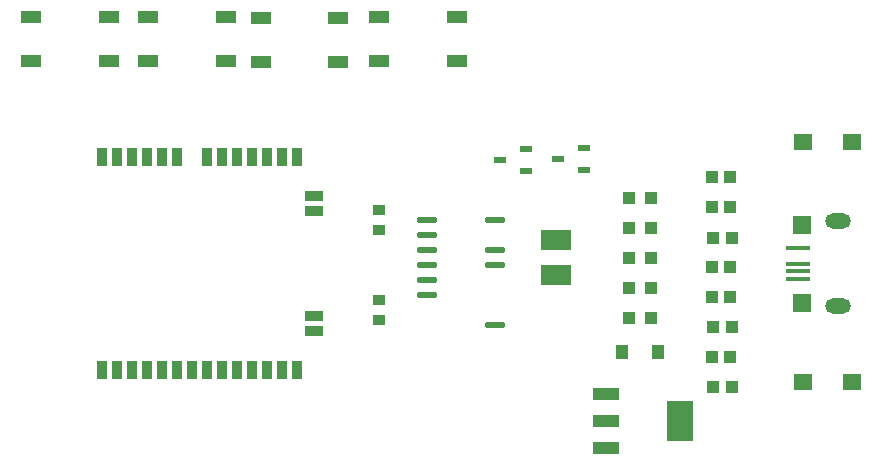
<source format=gtp>
G04 Layer: TopPasteMaskLayer*
G04 EasyEDA v6.5.40, 2024-02-29 21:32:03*
G04 cd2e8cfeff5242bcb39c02c4be924e2f,f2d9dfb49ed74d9cbdeda56209f77222,10*
G04 Gerber Generator version 0.2*
G04 Scale: 100 percent, Rotated: No, Reflected: No *
G04 Dimensions in millimeters *
G04 leading zeros omitted , absolute positions ,4 integer and 5 decimal *
%FSLAX45Y45*%
%MOMM*%

%AMMACRO1*21,1,$1,$2,0,0,$3*%
%ADD10R,1.0000X1.1000*%
%ADD11R,2.6000X1.8000*%
%ADD12R,1.0000X1.2000*%
%ADD13R,1.0000X0.8999*%
%ADD14MACRO1,0.5319X1.0376X90.0000*%
%ADD15R,1.5300X1.3600*%
%ADD16MACRO1,1.3599X1.5301X-90.0000*%
%ADD17R,2.2000X3.5000*%
%ADD18R,2.2000X1.1000*%
%ADD19O,1.7450054X0.5599938*%
%ADD20R,0.9000X1.5000*%
%ADD21R,1.5000X0.9000*%
%ADD22R,2.1000X0.4000*%
%ADD23R,1.5000X1.5000*%
%ADD24O,2.1999956000000003X1.2999974*%
%ADD25R,1.7000X1.0000*%

%LPD*%
D10*
G01*
X5942507Y4610100D03*
G01*
X6122517Y4610100D03*
G01*
X5942507Y4864100D03*
G01*
X6122517Y4864100D03*
G01*
X5942507Y5118100D03*
G01*
X6122517Y5118100D03*
G01*
X5942507Y5372100D03*
G01*
X6122517Y5372100D03*
G01*
X5942507Y5626100D03*
G01*
X6122517Y5626100D03*
D11*
G01*
X5321300Y5270500D03*
G01*
X5321300Y4970271D03*
D12*
G01*
X6187490Y4318000D03*
G01*
X5877509Y4318000D03*
D13*
G01*
X3822700Y4758588D03*
G01*
X3822700Y4588586D03*
G01*
X3822700Y5520588D03*
G01*
X3822700Y5350586D03*
D14*
G01*
X5558421Y5861304D03*
G01*
X5558421Y6051296D03*
G01*
X5338178Y5956300D03*
G01*
X5063121Y5848604D03*
G01*
X5063121Y6038596D03*
G01*
X4842878Y5943600D03*
D10*
G01*
X6798309Y5803900D03*
G01*
X6638315Y5803900D03*
G01*
X6798309Y5549900D03*
G01*
X6638315Y5549900D03*
G01*
X6811009Y5283200D03*
G01*
X6651015Y5283200D03*
G01*
X6798309Y5041900D03*
G01*
X6638315Y5041900D03*
G01*
X6798309Y4787900D03*
G01*
X6638315Y4787900D03*
G01*
X6811009Y4533900D03*
G01*
X6651015Y4533900D03*
G01*
X6798309Y4279900D03*
G01*
X6638315Y4279900D03*
G01*
X6811009Y4025900D03*
G01*
X6651015Y4025900D03*
D15*
G01*
X7823504Y4064000D03*
D16*
G01*
X7416495Y4064000D03*
D15*
G01*
X7823504Y6096000D03*
D16*
G01*
X7416495Y6096000D03*
D17*
G01*
X6367779Y3733800D03*
D18*
G01*
X5748020Y3503803D03*
G01*
X5748020Y3733800D03*
G01*
X5748020Y3963796D03*
D19*
G01*
X4233138Y5436692D03*
G01*
X4233138Y5309692D03*
G01*
X4233138Y5182692D03*
G01*
X4233138Y5055692D03*
G01*
X4233138Y4928692D03*
G01*
X4233138Y4801692D03*
G01*
X4807635Y5436692D03*
G01*
X4807635Y5182692D03*
G01*
X4807635Y5055692D03*
G01*
X4807635Y4547692D03*
D20*
G01*
X1474393Y4167301D03*
G01*
X1601393Y4167301D03*
G01*
X1728393Y4167301D03*
G01*
X1855393Y4167301D03*
G01*
X1982393Y4167301D03*
G01*
X2109393Y4167301D03*
G01*
X2236393Y4167301D03*
G01*
X2363393Y4167301D03*
G01*
X2490393Y4167301D03*
G01*
X2617393Y4167301D03*
G01*
X2744393Y4167301D03*
G01*
X2871393Y4167301D03*
G01*
X2998393Y4167301D03*
G01*
X3125393Y4167301D03*
D21*
G01*
X3275406Y4495800D03*
G01*
X3275406Y4622800D03*
G01*
X3275406Y5511800D03*
G01*
X3275406Y5638800D03*
D20*
G01*
X3125393Y5967298D03*
G01*
X2998393Y5967298D03*
G01*
X2871393Y5967298D03*
G01*
X2744393Y5967298D03*
G01*
X2617393Y5967298D03*
G01*
X2490393Y5967298D03*
G01*
X2363393Y5967298D03*
G01*
X2109393Y5967298D03*
G01*
X1982393Y5967298D03*
G01*
X1855393Y5967298D03*
G01*
X1728393Y5967298D03*
G01*
X1601393Y5967298D03*
G01*
X1474393Y5967298D03*
D22*
G01*
X7365898Y4937302D03*
G01*
X7365898Y5002301D03*
G01*
X7365898Y5067300D03*
G01*
X7365898Y5197297D03*
D23*
G01*
X7404100Y4737100D03*
G01*
X7404100Y5397500D03*
D24*
G01*
X7706613Y4705350D03*
G01*
X7706613Y5429250D03*
D25*
G01*
X1867103Y7157313D03*
G01*
X2527096Y7157313D03*
G01*
X1867103Y6787286D03*
G01*
X2527096Y6787286D03*
G01*
X876503Y7157313D03*
G01*
X1536496Y7157313D03*
G01*
X876503Y6787286D03*
G01*
X1536496Y6787286D03*
G01*
X2819603Y7144613D03*
G01*
X3479596Y7144613D03*
G01*
X2819603Y6774586D03*
G01*
X3479596Y6774586D03*
G01*
X3822903Y7157313D03*
G01*
X4482896Y7157313D03*
G01*
X3822903Y6787286D03*
G01*
X4482896Y6787286D03*
M02*

</source>
